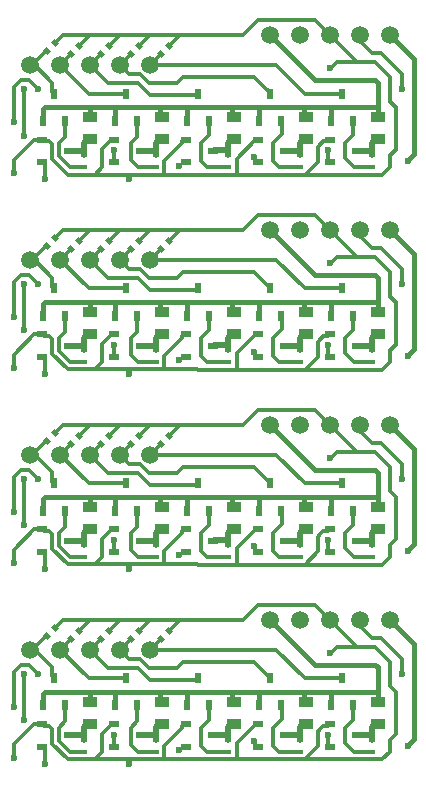
<source format=gbl>
G04*
G04 #@! TF.GenerationSoftware,Altium Limited,Altium Designer,20.2.7 (254)*
G04*
G04 Layer_Physical_Order=2*
G04 Layer_Color=16711680*
%FSLAX44Y44*%
%MOMM*%
G71*
G04*
G04 #@! TF.SameCoordinates,E2930A79-BBFB-44DC-8FC5-9A75561AB175*
G04*
G04*
G04 #@! TF.FilePolarity,Positive*
G04*
G01*
G75*
%ADD15R,0.5500X0.4500*%
%ADD18R,1.3000X0.9000*%
%ADD26C,0.5000*%
%ADD27C,0.4000*%
%ADD28C,0.3000*%
%ADD29C,1.5000*%
%ADD30C,0.6000*%
G04:AMPARAMS|DCode=31|XSize=0.55mm|YSize=0.45mm|CornerRadius=0mm|HoleSize=0mm|Usage=FLASHONLY|Rotation=135.000|XOffset=0mm|YOffset=0mm|HoleType=Round|Shape=Rectangle|*
%AMROTATEDRECTD31*
4,1,4,0.3536,-0.0354,0.0354,-0.3536,-0.3536,0.0354,-0.0354,0.3536,0.3536,-0.0354,0.0*
%
%ADD31ROTATEDRECTD31*%

%ADD32R,0.9000X0.6000*%
%ADD33R,0.6000X0.9000*%
D15*
X103740Y530240D02*
D03*
Y540240D02*
D03*
X164700Y530240D02*
D03*
Y540240D02*
D03*
X225660Y530240D02*
D03*
Y540240D02*
D03*
X286620Y530240D02*
D03*
Y540240D02*
D03*
X347580Y530240D02*
D03*
Y540240D02*
D03*
X103740Y365240D02*
D03*
Y375240D02*
D03*
X164700Y365240D02*
D03*
Y375240D02*
D03*
X225660Y365240D02*
D03*
Y375240D02*
D03*
X286620Y365240D02*
D03*
Y375240D02*
D03*
X347580Y365240D02*
D03*
Y375240D02*
D03*
X103740Y200240D02*
D03*
Y210240D02*
D03*
X164700Y200240D02*
D03*
Y210240D02*
D03*
X225660Y200240D02*
D03*
Y210240D02*
D03*
X286620Y200240D02*
D03*
Y210240D02*
D03*
X347580Y200240D02*
D03*
Y210240D02*
D03*
X103740Y35240D02*
D03*
Y45240D02*
D03*
X164700Y35240D02*
D03*
Y45240D02*
D03*
X225660Y35240D02*
D03*
Y45240D02*
D03*
X286620Y35240D02*
D03*
Y45240D02*
D03*
X347580Y35240D02*
D03*
Y45240D02*
D03*
D18*
X108820Y553930D02*
D03*
Y572430D02*
D03*
X169780Y553930D02*
D03*
Y572430D02*
D03*
X230740Y553930D02*
D03*
Y572430D02*
D03*
X291700D02*
D03*
Y553930D02*
D03*
X352660D02*
D03*
Y572430D02*
D03*
X108820Y388930D02*
D03*
Y407430D02*
D03*
X169780Y388930D02*
D03*
Y407430D02*
D03*
X230740Y388930D02*
D03*
Y407430D02*
D03*
X291700D02*
D03*
Y388930D02*
D03*
X352660D02*
D03*
Y407430D02*
D03*
X108820Y223930D02*
D03*
Y242430D02*
D03*
X169780Y223930D02*
D03*
Y242430D02*
D03*
X230740Y223930D02*
D03*
Y242430D02*
D03*
X291700D02*
D03*
Y223930D02*
D03*
X352660D02*
D03*
Y242430D02*
D03*
X108820Y58930D02*
D03*
Y77430D02*
D03*
X169780Y58930D02*
D03*
Y77430D02*
D03*
X230740Y58930D02*
D03*
Y77430D02*
D03*
X291700D02*
D03*
Y58930D02*
D03*
X352660D02*
D03*
Y77430D02*
D03*
D26*
X167780Y553930D02*
X169780D01*
X164700Y550850D02*
X167780Y553930D01*
X163175Y544020D02*
X164700Y545545D01*
X151960Y544020D02*
X163175D01*
X164700Y540240D02*
Y545545D01*
Y550850D01*
X228740Y553930D02*
X230740D01*
X225660Y550850D02*
X228740Y553930D01*
X224635Y544520D02*
X225660Y545545D01*
X213420Y544520D02*
X224635D01*
X212920Y544020D02*
X213420Y544520D01*
X225660Y540240D02*
Y545545D01*
Y550850D01*
X289700Y553930D02*
X291700D01*
X286620Y550850D02*
X289700Y553930D01*
X285095Y544020D02*
X286620Y545545D01*
X273880Y544020D02*
X285095D01*
X286620Y540240D02*
Y545545D01*
Y550850D01*
X350660Y553930D02*
X352660D01*
X347580Y550850D02*
X350660Y553930D01*
X346055Y544020D02*
X347580Y545545D01*
X334840Y544020D02*
X346055D01*
X347580Y540240D02*
Y545545D01*
Y550850D01*
X103740D02*
X106820Y553930D01*
X108820D01*
X103740Y545545D02*
Y550850D01*
Y540240D02*
Y545545D01*
X102215Y544020D02*
X103740Y545545D01*
X91000Y544020D02*
X102215D01*
X167780Y388930D02*
X169780D01*
X164700Y385850D02*
X167780Y388930D01*
X163175Y379020D02*
X164700Y380545D01*
X151960Y379020D02*
X163175D01*
X164700Y375240D02*
Y380545D01*
Y385850D01*
X228740Y388930D02*
X230740D01*
X225660Y385850D02*
X228740Y388930D01*
X224635Y379520D02*
X225660Y380545D01*
X213420Y379520D02*
X224635D01*
X212920Y379020D02*
X213420Y379520D01*
X225660Y375240D02*
Y380545D01*
Y385850D01*
X289700Y388930D02*
X291700D01*
X286620Y385850D02*
X289700Y388930D01*
X285095Y379020D02*
X286620Y380545D01*
X273880Y379020D02*
X285095D01*
X286620Y375240D02*
Y380545D01*
Y385850D01*
X350660Y388930D02*
X352660D01*
X347580Y385850D02*
X350660Y388930D01*
X346055Y379020D02*
X347580Y380545D01*
X334840Y379020D02*
X346055D01*
X347580Y375240D02*
Y380545D01*
Y385850D01*
X103740D02*
X106820Y388930D01*
X108820D01*
X103740Y380545D02*
Y385850D01*
Y375240D02*
Y380545D01*
X102215Y379020D02*
X103740Y380545D01*
X91000Y379020D02*
X102215D01*
X167780Y223930D02*
X169780D01*
X164700Y220850D02*
X167780Y223930D01*
X163175Y214020D02*
X164700Y215545D01*
X151960Y214020D02*
X163175D01*
X164700Y210240D02*
Y215545D01*
Y220850D01*
X228740Y223930D02*
X230740D01*
X225660Y220850D02*
X228740Y223930D01*
X224635Y214520D02*
X225660Y215545D01*
X213420Y214520D02*
X224635D01*
X212920Y214020D02*
X213420Y214520D01*
X225660Y210240D02*
Y215545D01*
Y220850D01*
X289700Y223930D02*
X291700D01*
X286620Y220850D02*
X289700Y223930D01*
X285095Y214020D02*
X286620Y215545D01*
X273880Y214020D02*
X285095D01*
X286620Y210240D02*
Y215545D01*
Y220850D01*
X350660Y223930D02*
X352660D01*
X347580Y220850D02*
X350660Y223930D01*
X346055Y214020D02*
X347580Y215545D01*
X334840Y214020D02*
X346055D01*
X347580Y210240D02*
Y215545D01*
Y220850D01*
X103740D02*
X106820Y223930D01*
X108820D01*
X103740Y215545D02*
Y220850D01*
Y210240D02*
Y215545D01*
X102215Y214020D02*
X103740Y215545D01*
X91000Y214020D02*
X102215D01*
X167780Y58930D02*
X169780D01*
X164700Y55850D02*
X167780Y58930D01*
X163175Y49020D02*
X164700Y50545D01*
X151960Y49020D02*
X163175D01*
X164700Y45240D02*
Y50545D01*
Y55850D01*
X228740Y58930D02*
X230740D01*
X225660Y55850D02*
X228740Y58930D01*
X224635Y49520D02*
X225660Y50545D01*
X213420Y49520D02*
X224635D01*
X212920Y49020D02*
X213420Y49520D01*
X225660Y45240D02*
Y50545D01*
Y55850D01*
X289700Y58930D02*
X291700D01*
X286620Y55850D02*
X289700Y58930D01*
X285095Y49020D02*
X286620Y50545D01*
X273880Y49020D02*
X285095D01*
X286620Y45240D02*
Y50545D01*
Y55850D01*
X350660Y58930D02*
X352660D01*
X347580Y55850D02*
X350660Y58930D01*
X346055Y49020D02*
X347580Y50545D01*
X334840Y49020D02*
X346055D01*
X347580Y45240D02*
Y50545D01*
Y55850D01*
X103740D02*
X106820Y58930D01*
X108820D01*
X103740Y50545D02*
Y55850D01*
Y45240D02*
Y50545D01*
X102215Y49020D02*
X103740Y50545D01*
X91000Y49020D02*
X102215D01*
D27*
X378060Y536040D02*
X383140Y541120D01*
Y621760D01*
X362900Y642000D02*
X383140Y621760D01*
X108820Y579203D02*
X110577Y580960D01*
X108820Y572430D02*
Y579203D01*
X168023Y574187D02*
Y580960D01*
X228983Y574187D02*
Y580960D01*
X190760Y569460D02*
Y580300D01*
X168023Y580960D02*
X190100D01*
X228983D01*
X129800Y569460D02*
Y580300D01*
X110577Y580960D02*
X129140D01*
X168023D01*
X68840Y579203D02*
X70597Y580960D01*
X68840Y569460D02*
Y579203D01*
X289943Y574187D02*
Y580960D01*
X251720Y569460D02*
Y580300D01*
X228983Y580960D02*
X251060D01*
X289943D01*
X352660Y572430D02*
Y580960D01*
X312680Y569460D02*
Y580300D01*
X289943Y580960D02*
X312020D01*
X352660D01*
X350317Y603900D02*
X352660Y601557D01*
X261300Y642000D02*
X299400Y603900D01*
X352660Y580960D02*
Y601557D01*
X70597Y580960D02*
X108820D01*
X299400Y603900D02*
X350317D01*
X108820Y580960D02*
X110577D01*
X141980Y520140D02*
Y523950D01*
X141920Y520080D02*
X141980Y520140D01*
X378060Y371040D02*
X383140Y376120D01*
Y456760D01*
X362900Y477000D02*
X383140Y456760D01*
X108820Y414203D02*
X110577Y415960D01*
X108820Y407430D02*
Y414203D01*
X168023Y409187D02*
Y415960D01*
X228983Y409187D02*
Y415960D01*
X190760Y404460D02*
Y415300D01*
X168023Y415960D02*
X190100D01*
X228983D01*
X129800Y404460D02*
Y415300D01*
X110577Y415960D02*
X129140D01*
X168023D01*
X68840Y414203D02*
X70597Y415960D01*
X68840Y404460D02*
Y414203D01*
X289943Y409187D02*
Y415960D01*
X251720Y404460D02*
Y415300D01*
X228983Y415960D02*
X251060D01*
X289943D01*
X352660Y407430D02*
Y415960D01*
X312680Y404460D02*
Y415300D01*
X289943Y415960D02*
X312020D01*
X352660D01*
X350317Y438900D02*
X352660Y436557D01*
X261300Y477000D02*
X299400Y438900D01*
X352660Y415960D02*
Y436557D01*
X70597Y415960D02*
X108820D01*
X299400Y438900D02*
X350317D01*
X108820Y415960D02*
X110577D01*
X141980Y355140D02*
Y358950D01*
X141920Y355080D02*
X141980Y355140D01*
X378060Y206040D02*
X383140Y211120D01*
Y291760D01*
X362900Y312000D02*
X383140Y291760D01*
X108820Y249203D02*
X110577Y250960D01*
X108820Y242430D02*
Y249203D01*
X168023Y244187D02*
Y250960D01*
X228983Y244187D02*
Y250960D01*
X190760Y239460D02*
Y250300D01*
X168023Y250960D02*
X190100D01*
X228983D01*
X129800Y239460D02*
Y250300D01*
X110577Y250960D02*
X129140D01*
X168023D01*
X68840Y249203D02*
X70597Y250960D01*
X68840Y239460D02*
Y249203D01*
X289943Y244187D02*
Y250960D01*
X251720Y239460D02*
Y250300D01*
X228983Y250960D02*
X251060D01*
X289943D01*
X352660Y242430D02*
Y250960D01*
X312680Y239460D02*
Y250300D01*
X289943Y250960D02*
X312020D01*
X352660D01*
X350317Y273900D02*
X352660Y271557D01*
X261300Y312000D02*
X299400Y273900D01*
X352660Y250960D02*
Y271557D01*
X70597Y250960D02*
X108820D01*
X299400Y273900D02*
X350317D01*
X108820Y250960D02*
X110577D01*
X141980Y190140D02*
Y193950D01*
X141920Y190080D02*
X141980Y190140D01*
X378060Y41040D02*
X383140Y46120D01*
Y126760D01*
X362900Y147000D02*
X383140Y126760D01*
X108820Y84203D02*
X110577Y85960D01*
X108820Y77430D02*
Y84203D01*
X168023Y79187D02*
Y85960D01*
X228983Y79187D02*
Y85960D01*
X190760Y74460D02*
Y85300D01*
X168023Y85960D02*
X190100D01*
X228983D01*
X129800Y74460D02*
Y85300D01*
X110577Y85960D02*
X129140D01*
X168023D01*
X68840Y84203D02*
X70597Y85960D01*
X68840Y74460D02*
Y84203D01*
X289943Y79187D02*
Y85960D01*
X251720Y74460D02*
Y85300D01*
X228983Y85960D02*
X251060D01*
X289943D01*
X352660Y77430D02*
Y85960D01*
X312680Y74460D02*
Y85300D01*
X289943Y85960D02*
X312020D01*
X352660D01*
X350317Y108900D02*
X352660Y106557D01*
X261300Y147000D02*
X299400Y108900D01*
X352660Y85960D02*
Y106557D01*
X70597Y85960D02*
X108820D01*
X299400Y108900D02*
X350317D01*
X108820Y85960D02*
X110577D01*
X141980Y25140D02*
Y28950D01*
X141920Y25080D02*
X141980Y25140D01*
D28*
X207800Y530240D02*
X225660D01*
X202800Y535240D02*
Y550480D01*
Y535240D02*
X207800Y530240D01*
X263760Y535240D02*
X268760Y530240D01*
X286620D01*
X263760Y535240D02*
Y550480D01*
X324720Y537780D02*
X332260Y530240D01*
X347580D01*
X324720Y537780D02*
Y550480D01*
X68000Y553520D02*
X69500Y552020D01*
X74260D01*
X75794Y550486D01*
X82460Y539347D02*
Y550480D01*
X76920Y537052D02*
X90022Y523950D01*
X75794Y550486D02*
X76920Y549360D01*
Y537052D02*
Y549360D01*
X82460Y539347D02*
X91567Y530240D01*
X103740D01*
X90022Y523950D02*
X112770D01*
X127460Y553520D02*
X128960D01*
X143420Y539347D02*
Y550480D01*
Y539347D02*
X143420Y539347D01*
Y536200D02*
X149380Y530240D01*
X143420Y536200D02*
Y539347D01*
X149380Y530240D02*
X164700D01*
X186920Y550520D02*
Y552020D01*
X188420Y553520D01*
X189920D01*
X128960Y534520D02*
X129140Y534700D01*
Y544730D01*
X125600Y552020D02*
X125960D01*
X118980Y530160D02*
Y545400D01*
X125960Y552020D02*
X127460Y553520D01*
X118980Y545400D02*
X125600Y552020D01*
X199904Y523700D02*
X231900D01*
X199655Y523950D02*
X199904Y523700D01*
X171190Y523950D02*
X199655D01*
X247880Y552020D02*
X249380Y553520D01*
X250880D01*
X302240Y548320D02*
X305940Y552020D01*
X310340D01*
X311840Y553520D01*
X301860Y547377D02*
X302240Y547757D01*
X301860Y534767D02*
Y547377D01*
X302240Y547757D02*
Y548320D01*
X159700Y616600D02*
X266300D01*
X290793Y523700D02*
X301860Y534767D01*
X356360Y523700D02*
X362820Y530160D01*
Y540320D01*
X290793Y523700D02*
X356360D01*
X378060Y535240D02*
Y536040D01*
X82460Y550480D02*
X87840Y555860D01*
Y569460D01*
X143420Y550480D02*
X148800Y555860D01*
Y569460D01*
X168023Y574187D02*
X169780Y572430D01*
X83500Y616600D02*
X107640Y592460D01*
X139300D01*
X202800Y550480D02*
X209760Y557440D01*
Y569460D01*
X228983Y574187D02*
X230740Y572430D01*
X190100Y580960D02*
X190760Y580300D01*
X129140Y580960D02*
X129800Y580300D01*
X198920Y591120D02*
X200260Y592460D01*
X108900Y616600D02*
X124220Y601280D01*
X263760Y550480D02*
X271380Y558100D01*
Y568800D01*
X270720Y569460D02*
X271380Y568800D01*
X289943Y574187D02*
X291700Y572430D01*
X251060Y580960D02*
X251720Y580300D01*
X324720Y550480D02*
X331680Y557440D01*
Y569460D01*
X312020Y580960D02*
X312680Y580300D01*
X266300Y616600D02*
X290440Y592460D01*
X322180D01*
X149460Y601280D02*
X159620Y591120D01*
X198920D01*
X124220Y601280D02*
X149460D01*
X247320Y606360D02*
X258220Y595460D01*
X259720D01*
X261220Y593960D01*
Y592460D02*
Y593960D01*
X141920Y608980D02*
X150830D01*
X134300Y616600D02*
X141920Y608980D01*
X150830D02*
X158530Y601280D01*
X367520Y545020D02*
Y581040D01*
X362820Y540320D02*
X367520Y545020D01*
X335040Y619060D02*
X350280D01*
X339299Y635121D02*
Y640201D01*
X337500Y642000D02*
X339299Y640201D01*
Y635121D02*
X347660Y626760D01*
X373060Y596280D02*
Y608980D01*
X355280Y626760D02*
X373060Y608980D01*
X347660Y626760D02*
X355280D01*
X83500Y616600D02*
X92664Y625765D01*
X108900Y616600D02*
X118064Y625765D01*
X118064D01*
X134300Y616600D02*
X143464Y625765D01*
X159700Y616600D02*
X168864Y625765D01*
Y625765D01*
X99735Y632836D02*
X108900Y642000D01*
X238440D02*
X251140Y654700D01*
X125135Y632836D02*
X134300Y642000D01*
X108900D02*
X134300D01*
X150535Y632836D02*
X159700Y642000D01*
X134300D02*
X159700D01*
X175935Y632836D02*
X185100Y642000D01*
X159700D02*
X185100D01*
X238440D01*
X86040D02*
X108900D01*
X79415Y635376D02*
X86040Y642000D01*
X58100Y616600D02*
X59370D01*
X71179Y628409D01*
X72240D01*
X72344Y628304D01*
X251140Y654700D02*
X299400D01*
X312100Y642000D01*
X335040Y619060D01*
X318047D02*
X335040D01*
X76840Y593960D02*
X78340Y592460D01*
X61910Y616600D02*
X76840Y601670D01*
Y593960D02*
Y601670D01*
X58100Y616600D02*
X61910D01*
X44130Y525160D02*
Y536440D01*
X61210Y553520D01*
X68000D01*
X171490Y526317D02*
Y535090D01*
X171190Y526017D02*
X171490Y526317D01*
Y535090D02*
X186920Y550520D01*
X171190Y523950D02*
Y526017D01*
X309938Y536020D02*
Y544405D01*
Y536020D02*
X311438Y534520D01*
X311840D01*
X231900Y523700D02*
X233360Y525160D01*
X247880Y552020D02*
Y552020D01*
X233360Y525160D02*
Y537500D01*
X247880Y552020D01*
X250478Y534520D02*
X250880D01*
X247330Y537668D02*
Y539034D01*
Y537668D02*
X250478Y534520D01*
X362900Y585660D02*
Y606440D01*
Y585660D02*
X367520Y581040D01*
X350280Y619060D02*
X362900Y606440D01*
X312100Y614060D02*
X313047D01*
X318047Y619060D01*
X70800Y520080D02*
Y531720D01*
X68000Y534520D02*
X70800Y531720D01*
X57160Y603570D02*
X64450Y596280D01*
X44130Y568340D02*
Y597700D01*
X50000Y603570D01*
X57160D01*
X52690Y595950D02*
X53020Y596280D01*
X52690Y556910D02*
Y595950D01*
X112770Y523950D02*
X118980Y530160D01*
X231900Y523700D02*
X290793D01*
X112770Y523950D02*
X141980D01*
X171190D01*
X182480Y601280D02*
X187560Y606360D01*
X247320D01*
X158530Y601280D02*
X182480D01*
X207800Y365240D02*
X225660D01*
X202800Y370240D02*
Y385480D01*
Y370240D02*
X207800Y365240D01*
X263760Y370240D02*
X268760Y365240D01*
X286620D01*
X263760Y370240D02*
Y385480D01*
X324720Y372780D02*
X332260Y365240D01*
X347580D01*
X324720Y372780D02*
Y385480D01*
X68000Y388520D02*
X69500Y387020D01*
X74260D01*
X75794Y385486D01*
X82460Y374347D02*
Y385480D01*
X76920Y372052D02*
X90022Y358950D01*
X75794Y385486D02*
X76920Y384360D01*
Y372052D02*
Y384360D01*
X82460Y374347D02*
X91567Y365240D01*
X103740D01*
X90022Y358950D02*
X112770D01*
X127460Y388520D02*
X128960D01*
X143420Y374347D02*
Y385480D01*
Y374347D02*
X143420Y374347D01*
Y371200D02*
X149380Y365240D01*
X143420Y371200D02*
Y374347D01*
X149380Y365240D02*
X164700D01*
X186920Y385520D02*
Y387020D01*
X188420Y388520D01*
X189920D01*
X128960Y369520D02*
X129140Y369700D01*
Y379730D01*
X125600Y387020D02*
X125960D01*
X118980Y365160D02*
Y380400D01*
X125960Y387020D02*
X127460Y388520D01*
X118980Y380400D02*
X125600Y387020D01*
X199904Y358700D02*
X231900D01*
X199655Y358950D02*
X199904Y358700D01*
X171190Y358950D02*
X199655D01*
X247880Y387020D02*
X249380Y388520D01*
X250880D01*
X302240Y383320D02*
X305940Y387020D01*
X310340D01*
X311840Y388520D01*
X301860Y382377D02*
X302240Y382757D01*
X301860Y369767D02*
Y382377D01*
X302240Y382757D02*
Y383320D01*
X159700Y451600D02*
X266300D01*
X290793Y358700D02*
X301860Y369767D01*
X356360Y358700D02*
X362820Y365160D01*
Y375320D01*
X290793Y358700D02*
X356360D01*
X378060Y370240D02*
Y371040D01*
X82460Y385480D02*
X87840Y390860D01*
Y404460D01*
X143420Y385480D02*
X148800Y390860D01*
Y404460D01*
X168023Y409187D02*
X169780Y407430D01*
X83500Y451600D02*
X107640Y427460D01*
X139300D01*
X202800Y385480D02*
X209760Y392440D01*
Y404460D01*
X228983Y409187D02*
X230740Y407430D01*
X190100Y415960D02*
X190760Y415300D01*
X129140Y415960D02*
X129800Y415300D01*
X198920Y426120D02*
X200260Y427460D01*
X108900Y451600D02*
X124220Y436280D01*
X263760Y385480D02*
X271380Y393100D01*
Y403800D01*
X270720Y404460D02*
X271380Y403800D01*
X289943Y409187D02*
X291700Y407430D01*
X251060Y415960D02*
X251720Y415300D01*
X324720Y385480D02*
X331680Y392440D01*
Y404460D01*
X312020Y415960D02*
X312680Y415300D01*
X266300Y451600D02*
X290440Y427460D01*
X322180D01*
X149460Y436280D02*
X159620Y426120D01*
X198920D01*
X124220Y436280D02*
X149460D01*
X247320Y441360D02*
X258220Y430460D01*
X259720D01*
X261220Y428960D01*
Y427460D02*
Y428960D01*
X141920Y443980D02*
X150830D01*
X134300Y451600D02*
X141920Y443980D01*
X150830D02*
X158530Y436280D01*
X367520Y380020D02*
Y416040D01*
X362820Y375320D02*
X367520Y380020D01*
X335040Y454060D02*
X350280D01*
X339299Y470121D02*
Y475201D01*
X337500Y477000D02*
X339299Y475201D01*
Y470121D02*
X347660Y461760D01*
X373060Y431280D02*
Y443980D01*
X355280Y461760D02*
X373060Y443980D01*
X347660Y461760D02*
X355280D01*
X83500Y451600D02*
X92664Y460765D01*
X108900Y451600D02*
X118064Y460764D01*
X118064D01*
X134300Y451600D02*
X143464Y460764D01*
X159700Y451600D02*
X168864Y460764D01*
Y460765D01*
X99735Y467836D02*
X108900Y477000D01*
X238440D02*
X251140Y489700D01*
X125135Y467836D02*
X134300Y477000D01*
X108900D02*
X134300D01*
X150535Y467836D02*
X159700Y477000D01*
X134300D02*
X159700D01*
X175935Y467836D02*
X185100Y477000D01*
X159700D02*
X185100D01*
X238440D01*
X86040D02*
X108900D01*
X79415Y470376D02*
X86040Y477000D01*
X58100Y451600D02*
X59370D01*
X71179Y463409D01*
X72240D01*
X72344Y463304D01*
X251140Y489700D02*
X299400D01*
X312100Y477000D01*
X335040Y454060D01*
X318047D02*
X335040D01*
X76840Y428960D02*
X78340Y427460D01*
X61910Y451600D02*
X76840Y436670D01*
Y428960D02*
Y436670D01*
X58100Y451600D02*
X61910D01*
X44130Y360160D02*
Y371440D01*
X61210Y388520D01*
X68000D01*
X171490Y361316D02*
Y370090D01*
X171190Y361017D02*
X171490Y361316D01*
Y370090D02*
X186920Y385520D01*
X171190Y358950D02*
Y361017D01*
X309938Y371020D02*
Y379405D01*
Y371020D02*
X311438Y369520D01*
X311840D01*
X231900Y358700D02*
X233360Y360160D01*
X247880Y387020D02*
Y387020D01*
X233360Y360160D02*
Y372500D01*
X247880Y387020D01*
X250478Y369520D02*
X250880D01*
X247330Y372668D02*
Y374034D01*
Y372668D02*
X250478Y369520D01*
X362900Y420660D02*
Y441440D01*
Y420660D02*
X367520Y416040D01*
X350280Y454060D02*
X362900Y441440D01*
X312100Y449060D02*
X313047D01*
X318047Y454060D01*
X70800Y355080D02*
Y366720D01*
X68000Y369520D02*
X70800Y366720D01*
X57160Y438570D02*
X64450Y431280D01*
X44130Y403340D02*
Y432700D01*
X50000Y438570D01*
X57160D01*
X52690Y430950D02*
X53020Y431280D01*
X52690Y391910D02*
Y430950D01*
X112770Y358950D02*
X118980Y365160D01*
X231900Y358700D02*
X290793D01*
X112770Y358950D02*
X141980D01*
X171190D01*
X182480Y436280D02*
X187560Y441360D01*
X247320D01*
X158530Y436280D02*
X182480D01*
X207800Y200240D02*
X225660D01*
X202800Y205240D02*
Y220480D01*
Y205240D02*
X207800Y200240D01*
X263760Y205240D02*
X268760Y200240D01*
X286620D01*
X263760Y205240D02*
Y220480D01*
X324720Y207780D02*
X332260Y200240D01*
X347580D01*
X324720Y207780D02*
Y220480D01*
X68000Y223520D02*
X69500Y222020D01*
X74260D01*
X75794Y220486D01*
X82460Y209347D02*
Y220480D01*
X76920Y207052D02*
X90022Y193950D01*
X75794Y220486D02*
X76920Y219360D01*
Y207052D02*
Y219360D01*
X82460Y209347D02*
X91567Y200240D01*
X103740D01*
X90022Y193950D02*
X112770D01*
X127460Y223520D02*
X128960D01*
X143420Y209347D02*
Y220480D01*
Y209347D02*
X143420Y209347D01*
Y206200D02*
X149380Y200240D01*
X143420Y206200D02*
Y209347D01*
X149380Y200240D02*
X164700D01*
X186920Y220520D02*
Y222020D01*
X188420Y223520D01*
X189920D01*
X128960Y204520D02*
X129140Y204700D01*
Y214730D01*
X125600Y222020D02*
X125960D01*
X118980Y200160D02*
Y215400D01*
X125960Y222020D02*
X127460Y223520D01*
X118980Y215400D02*
X125600Y222020D01*
X199904Y193700D02*
X231900D01*
X199655Y193950D02*
X199904Y193700D01*
X171190Y193950D02*
X199655D01*
X247880Y222020D02*
X249380Y223520D01*
X250880D01*
X302240Y218320D02*
X305940Y222020D01*
X310340D01*
X311840Y223520D01*
X301860Y217377D02*
X302240Y217757D01*
X301860Y204767D02*
Y217377D01*
X302240Y217757D02*
Y218320D01*
X159700Y286600D02*
X266300D01*
X290793Y193700D02*
X301860Y204767D01*
X356360Y193700D02*
X362820Y200160D01*
Y210320D01*
X290793Y193700D02*
X356360D01*
X378060Y205240D02*
Y206040D01*
X82460Y220480D02*
X87840Y225860D01*
Y239460D01*
X143420Y220480D02*
X148800Y225860D01*
Y239460D01*
X168023Y244187D02*
X169780Y242430D01*
X83500Y286600D02*
X107640Y262460D01*
X139300D01*
X202800Y220480D02*
X209760Y227440D01*
Y239460D01*
X228983Y244187D02*
X230740Y242430D01*
X190100Y250960D02*
X190760Y250300D01*
X129140Y250960D02*
X129800Y250300D01*
X198920Y261120D02*
X200260Y262460D01*
X108900Y286600D02*
X124220Y271280D01*
X263760Y220480D02*
X271380Y228100D01*
Y238800D01*
X270720Y239460D02*
X271380Y238800D01*
X289943Y244187D02*
X291700Y242430D01*
X251060Y250960D02*
X251720Y250300D01*
X324720Y220480D02*
X331680Y227440D01*
Y239460D01*
X312020Y250960D02*
X312680Y250300D01*
X266300Y286600D02*
X290440Y262460D01*
X322180D01*
X149460Y271280D02*
X159620Y261120D01*
X198920D01*
X124220Y271280D02*
X149460D01*
X247320Y276360D02*
X258220Y265460D01*
X259720D01*
X261220Y263960D01*
Y262460D02*
Y263960D01*
X141920Y278980D02*
X150830D01*
X134300Y286600D02*
X141920Y278980D01*
X150830D02*
X158530Y271280D01*
X367520Y215020D02*
Y251040D01*
X362820Y210320D02*
X367520Y215020D01*
X335040Y289060D02*
X350280D01*
X339299Y305121D02*
Y310201D01*
X337500Y312000D02*
X339299Y310201D01*
Y305121D02*
X347660Y296760D01*
X373060Y266280D02*
Y278980D01*
X355280Y296760D02*
X373060Y278980D01*
X347660Y296760D02*
X355280D01*
X83500Y286600D02*
X92664Y295765D01*
X108900Y286600D02*
X118064Y295765D01*
X118064D01*
X134300Y286600D02*
X143464Y295765D01*
X159700Y286600D02*
X168864Y295765D01*
Y295765D01*
X99735Y302836D02*
X108900Y312000D01*
X238440D02*
X251140Y324700D01*
X125135Y302836D02*
X134300Y312000D01*
X108900D02*
X134300D01*
X150535Y302836D02*
X159700Y312000D01*
X134300D02*
X159700D01*
X175935Y302836D02*
X185100Y312000D01*
X159700D02*
X185100D01*
X238440D01*
X86040D02*
X108900D01*
X79415Y305375D02*
X86040Y312000D01*
X58100Y286600D02*
X59370D01*
X71179Y298409D01*
X72240D01*
X72344Y298305D01*
X251140Y324700D02*
X299400D01*
X312100Y312000D01*
X335040Y289060D01*
X318047D02*
X335040D01*
X76840Y263960D02*
X78340Y262460D01*
X61910Y286600D02*
X76840Y271670D01*
Y263960D02*
Y271670D01*
X58100Y286600D02*
X61910D01*
X44130Y195160D02*
Y206440D01*
X61210Y223520D01*
X68000D01*
X171490Y196317D02*
Y205090D01*
X171190Y196017D02*
X171490Y196317D01*
Y205090D02*
X186920Y220520D01*
X171190Y193950D02*
Y196017D01*
X309938Y206020D02*
Y214405D01*
Y206020D02*
X311438Y204520D01*
X311840D01*
X231900Y193700D02*
X233360Y195160D01*
X247880Y222020D02*
Y222020D01*
X233360Y195160D02*
Y207500D01*
X247880Y222020D01*
X250478Y204520D02*
X250880D01*
X247330Y207668D02*
Y209034D01*
Y207668D02*
X250478Y204520D01*
X362900Y255660D02*
Y276440D01*
Y255660D02*
X367520Y251040D01*
X350280Y289060D02*
X362900Y276440D01*
X312100Y284060D02*
X313047D01*
X318047Y289060D01*
X70800Y190080D02*
Y201720D01*
X68000Y204520D02*
X70800Y201720D01*
X57160Y273570D02*
X64450Y266280D01*
X44130Y238340D02*
Y267700D01*
X50000Y273570D01*
X57160D01*
X52690Y265950D02*
X53020Y266280D01*
X52690Y226910D02*
Y265950D01*
X112770Y193950D02*
X118980Y200160D01*
X231900Y193700D02*
X290793D01*
X112770Y193950D02*
X141980D01*
X171190D01*
X182480Y271280D02*
X187560Y276360D01*
X247320D01*
X158530Y271280D02*
X182480D01*
X207800Y35240D02*
X225660D01*
X202800Y40240D02*
Y55480D01*
Y40240D02*
X207800Y35240D01*
X263760Y40240D02*
X268760Y35240D01*
X286620D01*
X263760Y40240D02*
Y55480D01*
X324720Y42780D02*
X332260Y35240D01*
X347580D01*
X324720Y42780D02*
Y55480D01*
X68000Y58520D02*
X69500Y57020D01*
X74260D01*
X75794Y55486D01*
X82460Y44347D02*
Y55480D01*
X76920Y42052D02*
X90022Y28950D01*
X75794Y55486D02*
X76920Y54360D01*
Y42052D02*
Y54360D01*
X82460Y44347D02*
X91567Y35240D01*
X103740D01*
X90022Y28950D02*
X112770D01*
X127460Y58520D02*
X128960D01*
X143420Y44347D02*
Y55480D01*
Y44347D02*
X143420Y44347D01*
Y41200D02*
X149380Y35240D01*
X143420Y41200D02*
Y44347D01*
X149380Y35240D02*
X164700D01*
X186920Y55520D02*
Y57020D01*
X188420Y58520D01*
X189920D01*
X128960Y39520D02*
X129140Y39700D01*
Y49730D01*
X125600Y57020D02*
X125960D01*
X118980Y35160D02*
Y50400D01*
X125960Y57020D02*
X127460Y58520D01*
X118980Y50400D02*
X125600Y57020D01*
X199904Y28700D02*
X231900D01*
X199655Y28950D02*
X199904Y28700D01*
X171190Y28950D02*
X199655D01*
X247880Y57020D02*
X249380Y58520D01*
X250880D01*
X302240Y53320D02*
X305940Y57020D01*
X310340D01*
X311840Y58520D01*
X301860Y52377D02*
X302240Y52757D01*
X301860Y39767D02*
Y52377D01*
X302240Y52757D02*
Y53320D01*
X159700Y121600D02*
X266300D01*
X290793Y28700D02*
X301860Y39767D01*
X356360Y28700D02*
X362820Y35160D01*
Y45320D01*
X290793Y28700D02*
X356360D01*
X378060Y40240D02*
Y41040D01*
X82460Y55480D02*
X87840Y60860D01*
Y74460D01*
X143420Y55480D02*
X148800Y60860D01*
Y74460D01*
X168023Y79187D02*
X169780Y77430D01*
X83500Y121600D02*
X107640Y97460D01*
X139300D01*
X202800Y55480D02*
X209760Y62440D01*
Y74460D01*
X228983Y79187D02*
X230740Y77430D01*
X190100Y85960D02*
X190760Y85300D01*
X129140Y85960D02*
X129800Y85300D01*
X198920Y96120D02*
X200260Y97460D01*
X108900Y121600D02*
X124220Y106280D01*
X263760Y55480D02*
X271380Y63100D01*
Y73800D01*
X270720Y74460D02*
X271380Y73800D01*
X289943Y79187D02*
X291700Y77430D01*
X251060Y85960D02*
X251720Y85300D01*
X324720Y55480D02*
X331680Y62440D01*
Y74460D01*
X312020Y85960D02*
X312680Y85300D01*
X266300Y121600D02*
X290440Y97460D01*
X322180D01*
X149460Y106280D02*
X159620Y96120D01*
X198920D01*
X124220Y106280D02*
X149460D01*
X247320Y111360D02*
X258220Y100460D01*
X259720D01*
X261220Y98960D01*
Y97460D02*
Y98960D01*
X141920Y113980D02*
X150830D01*
X134300Y121600D02*
X141920Y113980D01*
X150830D02*
X158530Y106280D01*
X367520Y50020D02*
Y86040D01*
X362820Y45320D02*
X367520Y50020D01*
X335040Y124060D02*
X350280D01*
X339299Y140121D02*
Y145201D01*
X337500Y147000D02*
X339299Y145201D01*
Y140121D02*
X347660Y131760D01*
X373060Y101280D02*
Y113980D01*
X355280Y131760D02*
X373060Y113980D01*
X347660Y131760D02*
X355280D01*
X83500Y121600D02*
X92664Y130765D01*
X108900Y121600D02*
X118064Y130765D01*
X118064D01*
X134300Y121600D02*
X143464Y130765D01*
X159700Y121600D02*
X168864Y130765D01*
Y130765D01*
X99735Y137836D02*
X108900Y147000D01*
X238440D02*
X251140Y159700D01*
X125135Y137836D02*
X134300Y147000D01*
X108900D02*
X134300D01*
X150535Y137836D02*
X159700Y147000D01*
X134300D02*
X159700D01*
X175935Y137836D02*
X185100Y147000D01*
X159700D02*
X185100D01*
X238440D01*
X86040D02*
X108900D01*
X79415Y140375D02*
X86040Y147000D01*
X58100Y121600D02*
X59370D01*
X71179Y133409D01*
X72240D01*
X72344Y133305D01*
X251140Y159700D02*
X299400D01*
X312100Y147000D01*
X335040Y124060D01*
X318047D02*
X335040D01*
X76840Y98960D02*
X78340Y97460D01*
X61910Y121600D02*
X76840Y106670D01*
Y98960D02*
Y106670D01*
X58100Y121600D02*
X61910D01*
X44130Y30160D02*
Y41440D01*
X61210Y58520D01*
X68000D01*
X171490Y31317D02*
Y40090D01*
X171190Y31016D02*
X171490Y31317D01*
Y40090D02*
X186920Y55520D01*
X171190Y28950D02*
Y31016D01*
X309938Y41020D02*
Y49405D01*
Y41020D02*
X311438Y39520D01*
X311840D01*
X231900Y28700D02*
X233360Y30160D01*
X247880Y57020D02*
Y57020D01*
X233360Y30160D02*
Y42500D01*
X247880Y57020D01*
X250478Y39520D02*
X250880D01*
X247330Y42668D02*
Y44034D01*
Y42668D02*
X250478Y39520D01*
X362900Y90660D02*
Y111440D01*
Y90660D02*
X367520Y86040D01*
X350280Y124060D02*
X362900Y111440D01*
X312100Y119060D02*
X313047D01*
X318047Y124060D01*
X70800Y25080D02*
Y36720D01*
X68000Y39520D02*
X70800Y36720D01*
X57160Y108570D02*
X64450Y101280D01*
X44130Y73340D02*
Y102700D01*
X50000Y108570D01*
X57160D01*
X52690Y100950D02*
X53020Y101280D01*
X52690Y61910D02*
Y100950D01*
X112770Y28950D02*
X118980Y35160D01*
X231900Y28700D02*
X290793D01*
X112770Y28950D02*
X141980D01*
X171190D01*
X182480Y106280D02*
X187560Y111360D01*
X247320D01*
X158530Y106280D02*
X182480D01*
D29*
X261300Y642000D02*
D03*
X286700D02*
D03*
X312100D02*
D03*
X337500D02*
D03*
X362900D02*
D03*
X58100Y616600D02*
D03*
X83500D02*
D03*
X108900D02*
D03*
X134300D02*
D03*
X159700D02*
D03*
X261300Y477000D02*
D03*
X286700D02*
D03*
X312100D02*
D03*
X337500D02*
D03*
X362900D02*
D03*
X58100Y451600D02*
D03*
X83500D02*
D03*
X108900D02*
D03*
X134300D02*
D03*
X159700D02*
D03*
X261300Y312000D02*
D03*
X286700D02*
D03*
X312100D02*
D03*
X337500D02*
D03*
X362900D02*
D03*
X58100Y286600D02*
D03*
X83500D02*
D03*
X108900D02*
D03*
X134300D02*
D03*
X159700D02*
D03*
X261300Y147000D02*
D03*
X286700D02*
D03*
X312100D02*
D03*
X337500D02*
D03*
X362900D02*
D03*
X58100Y121600D02*
D03*
X83500D02*
D03*
X108900D02*
D03*
X134300D02*
D03*
X159700D02*
D03*
D30*
X129140Y544730D02*
D03*
X378060Y535240D02*
D03*
X373060Y596280D02*
D03*
X64450D02*
D03*
X44130Y525160D02*
D03*
Y568340D02*
D03*
X52690Y556910D02*
D03*
X183830Y531510D02*
D03*
X309938Y544405D02*
D03*
X247330Y539034D02*
D03*
X312100Y614060D02*
D03*
X70800Y520080D02*
D03*
X53020Y596280D02*
D03*
X141920Y520080D02*
D03*
X129140Y379730D02*
D03*
X378060Y370240D02*
D03*
X373060Y431280D02*
D03*
X64450D02*
D03*
X44130Y360160D02*
D03*
Y403340D02*
D03*
X52690Y391910D02*
D03*
X183830Y366510D02*
D03*
X309938Y379405D02*
D03*
X247330Y374034D02*
D03*
X312100Y449060D02*
D03*
X70800Y355080D02*
D03*
X53020Y431280D02*
D03*
X141920Y355080D02*
D03*
X129140Y214730D02*
D03*
X378060Y205240D02*
D03*
X373060Y266280D02*
D03*
X64450D02*
D03*
X44130Y195160D02*
D03*
Y238340D02*
D03*
X52690Y226910D02*
D03*
X183830Y201510D02*
D03*
X309938Y214405D02*
D03*
X247330Y209034D02*
D03*
X312100Y284060D02*
D03*
X70800Y190080D02*
D03*
X53020Y266280D02*
D03*
X141920Y190080D02*
D03*
X129140Y49730D02*
D03*
X378060Y40240D02*
D03*
X373060Y101280D02*
D03*
X64450D02*
D03*
X44130Y30160D02*
D03*
Y73340D02*
D03*
X52690Y61910D02*
D03*
X183830Y36510D02*
D03*
X309938Y49405D02*
D03*
X247330Y44034D02*
D03*
X312100Y119060D02*
D03*
X70800Y25080D02*
D03*
X53020Y101280D02*
D03*
X141920Y25080D02*
D03*
D31*
X72344Y628304D02*
D03*
X79415Y635376D02*
D03*
X92664Y625765D02*
D03*
X99735Y632836D02*
D03*
X168864Y625765D02*
D03*
X175935Y632836D02*
D03*
X150535D02*
D03*
X143464Y625765D02*
D03*
X125135Y632836D02*
D03*
X118064Y625765D02*
D03*
X72344Y463304D02*
D03*
X79415Y470376D02*
D03*
X92664Y460765D02*
D03*
X99735Y467836D02*
D03*
X168864Y460765D02*
D03*
X175935Y467836D02*
D03*
X150535D02*
D03*
X143464Y460764D02*
D03*
X125135Y467836D02*
D03*
X118064Y460764D02*
D03*
X72344Y298305D02*
D03*
X79415Y305375D02*
D03*
X92664Y295765D02*
D03*
X99735Y302836D02*
D03*
X168864Y295765D02*
D03*
X175935Y302836D02*
D03*
X150535D02*
D03*
X143464Y295765D02*
D03*
X125135Y302836D02*
D03*
X118064Y295765D02*
D03*
X72344Y133305D02*
D03*
X79415Y140375D02*
D03*
X92664Y130765D02*
D03*
X99735Y137836D02*
D03*
X168864Y130765D02*
D03*
X175935Y137836D02*
D03*
X150535D02*
D03*
X143464Y130765D02*
D03*
X125135Y137836D02*
D03*
X118064Y130765D02*
D03*
D32*
X91000Y544020D02*
D03*
X68000Y553520D02*
D03*
Y534520D02*
D03*
X151960Y544020D02*
D03*
X128960Y553520D02*
D03*
Y534520D02*
D03*
X212920Y544020D02*
D03*
X189920Y553520D02*
D03*
Y534520D02*
D03*
X273880Y544020D02*
D03*
X250880Y553520D02*
D03*
Y534520D02*
D03*
X334840Y544020D02*
D03*
X311840Y553520D02*
D03*
Y534520D02*
D03*
X91000Y379020D02*
D03*
X68000Y388520D02*
D03*
Y369520D02*
D03*
X151960Y379020D02*
D03*
X128960Y388520D02*
D03*
Y369520D02*
D03*
X212920Y379020D02*
D03*
X189920Y388520D02*
D03*
Y369520D02*
D03*
X273880Y379020D02*
D03*
X250880Y388520D02*
D03*
Y369520D02*
D03*
X334840Y379020D02*
D03*
X311840Y388520D02*
D03*
Y369520D02*
D03*
X91000Y214020D02*
D03*
X68000Y223520D02*
D03*
Y204520D02*
D03*
X151960Y214020D02*
D03*
X128960Y223520D02*
D03*
Y204520D02*
D03*
X212920Y214020D02*
D03*
X189920Y223520D02*
D03*
Y204520D02*
D03*
X273880Y214020D02*
D03*
X250880Y223520D02*
D03*
Y204520D02*
D03*
X334840Y214020D02*
D03*
X311840Y223520D02*
D03*
Y204520D02*
D03*
X91000Y49020D02*
D03*
X68000Y58520D02*
D03*
Y39520D02*
D03*
X151960Y49020D02*
D03*
X128960Y58520D02*
D03*
Y39520D02*
D03*
X212920Y49020D02*
D03*
X189920Y58520D02*
D03*
Y39520D02*
D03*
X273880Y49020D02*
D03*
X250880Y58520D02*
D03*
Y39520D02*
D03*
X334840Y49020D02*
D03*
X311840Y58520D02*
D03*
Y39520D02*
D03*
D33*
X78340Y592460D02*
D03*
X68840Y569460D02*
D03*
X87840D02*
D03*
X139300Y592460D02*
D03*
X129800Y569460D02*
D03*
X148800D02*
D03*
X200260Y592460D02*
D03*
X190760Y569460D02*
D03*
X209760D02*
D03*
X261220Y592460D02*
D03*
X251720Y569460D02*
D03*
X270720D02*
D03*
X322180Y592460D02*
D03*
X312680Y569460D02*
D03*
X331680D02*
D03*
X78340Y427460D02*
D03*
X68840Y404460D02*
D03*
X87840D02*
D03*
X139300Y427460D02*
D03*
X129800Y404460D02*
D03*
X148800D02*
D03*
X200260Y427460D02*
D03*
X190760Y404460D02*
D03*
X209760D02*
D03*
X261220Y427460D02*
D03*
X251720Y404460D02*
D03*
X270720D02*
D03*
X322180Y427460D02*
D03*
X312680Y404460D02*
D03*
X331680D02*
D03*
X78340Y262460D02*
D03*
X68840Y239460D02*
D03*
X87840D02*
D03*
X139300Y262460D02*
D03*
X129800Y239460D02*
D03*
X148800D02*
D03*
X200260Y262460D02*
D03*
X190760Y239460D02*
D03*
X209760D02*
D03*
X261220Y262460D02*
D03*
X251720Y239460D02*
D03*
X270720D02*
D03*
X322180Y262460D02*
D03*
X312680Y239460D02*
D03*
X331680D02*
D03*
X78340Y97460D02*
D03*
X68840Y74460D02*
D03*
X87840D02*
D03*
X139300Y97460D02*
D03*
X129800Y74460D02*
D03*
X148800D02*
D03*
X200260Y97460D02*
D03*
X190760Y74460D02*
D03*
X209760D02*
D03*
X261220Y97460D02*
D03*
X251720Y74460D02*
D03*
X270720D02*
D03*
X322180Y97460D02*
D03*
X312680Y74460D02*
D03*
X331680D02*
D03*
M02*

</source>
